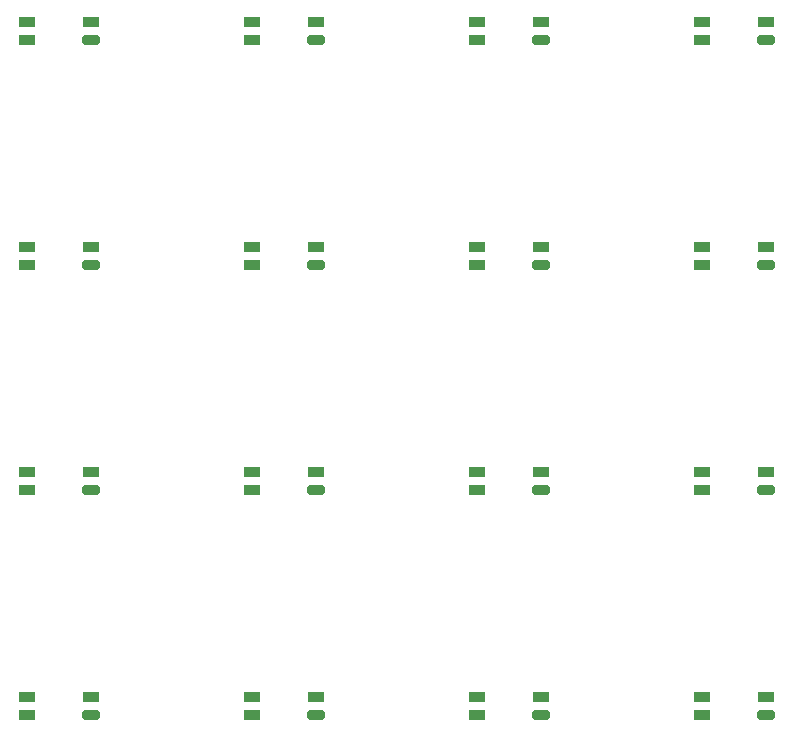
<source format=gbr>
%TF.GenerationSoftware,KiCad,Pcbnew,9.0.2*%
%TF.CreationDate,2025-06-30T11:30:22+02:00*%
%TF.ProjectId,HackPad,4861636b-5061-4642-9e6b-696361645f70,rev?*%
%TF.SameCoordinates,Original*%
%TF.FileFunction,Paste,Bot*%
%TF.FilePolarity,Positive*%
%FSLAX46Y46*%
G04 Gerber Fmt 4.6, Leading zero omitted, Abs format (unit mm)*
G04 Created by KiCad (PCBNEW 9.0.2) date 2025-06-30 11:30:22*
%MOMM*%
%LPD*%
G01*
G04 APERTURE LIST*
G04 Aperture macros list*
%AMRoundRect*
0 Rectangle with rounded corners*
0 $1 Rounding radius*
0 $2 $3 $4 $5 $6 $7 $8 $9 X,Y pos of 4 corners*
0 Add a 4 corners polygon primitive as box body*
4,1,4,$2,$3,$4,$5,$6,$7,$8,$9,$2,$3,0*
0 Add four circle primitives for the rounded corners*
1,1,$1+$1,$2,$3*
1,1,$1+$1,$4,$5*
1,1,$1+$1,$6,$7*
1,1,$1+$1,$8,$9*
0 Add four rect primitives between the rounded corners*
20,1,$1+$1,$2,$3,$4,$5,0*
20,1,$1+$1,$4,$5,$6,$7,0*
20,1,$1+$1,$6,$7,$8,$9,0*
20,1,$1+$1,$8,$9,$2,$3,0*%
G04 Aperture macros list end*
%ADD10R,1.450000X0.820000*%
%ADD11RoundRect,0.205000X-0.520000X-0.205000X0.520000X-0.205000X0.520000X0.205000X-0.520000X0.205000X0*%
G04 APERTURE END LIST*
D10*
%TO.C,D6*%
X54475000Y-54018700D03*
X54475000Y-55518700D03*
D11*
X59825000Y-55518700D03*
D10*
X59825000Y-54018700D03*
%TD*%
%TO.C,D13*%
X35425000Y-92118700D03*
X35425000Y-93618700D03*
D11*
X40775000Y-93618700D03*
D10*
X40775000Y-92118700D03*
%TD*%
%TO.C,D10*%
X54475000Y-73068700D03*
X54475000Y-74568700D03*
D11*
X59825000Y-74568700D03*
D10*
X59825000Y-73068700D03*
%TD*%
%TO.C,D9*%
X35425000Y-73068700D03*
X35425000Y-74568700D03*
D11*
X40775000Y-74568700D03*
D10*
X40775000Y-73068700D03*
%TD*%
%TO.C,D2*%
X54475000Y-34968700D03*
X54475000Y-36468700D03*
D11*
X59825000Y-36468700D03*
D10*
X59825000Y-34968700D03*
%TD*%
%TO.C,D5*%
X35425000Y-54018700D03*
X35425000Y-55518700D03*
D11*
X40775000Y-55518700D03*
D10*
X40775000Y-54018700D03*
%TD*%
%TO.C,D1*%
X35425000Y-34968700D03*
X35425000Y-36468700D03*
D11*
X40775000Y-36468700D03*
D10*
X40775000Y-34968700D03*
%TD*%
%TO.C,D4*%
X92575000Y-34968700D03*
X92575000Y-36468700D03*
D11*
X97925000Y-36468700D03*
D10*
X97925000Y-34968700D03*
%TD*%
%TO.C,D11*%
X73525000Y-73068700D03*
X73525000Y-74568700D03*
D11*
X78875000Y-74568700D03*
D10*
X78875000Y-73068700D03*
%TD*%
%TO.C,D7*%
X73525000Y-54018700D03*
X73525000Y-55518700D03*
D11*
X78875000Y-55518700D03*
D10*
X78875000Y-54018700D03*
%TD*%
%TO.C,D3*%
X73525000Y-34968700D03*
X73525000Y-36468700D03*
D11*
X78875000Y-36468700D03*
D10*
X78875000Y-34968700D03*
%TD*%
%TO.C,D14*%
X54475000Y-92118700D03*
X54475000Y-93618700D03*
D11*
X59825000Y-93618700D03*
D10*
X59825000Y-92118700D03*
%TD*%
%TO.C,D8*%
X92575000Y-54018700D03*
X92575000Y-55518700D03*
D11*
X97925000Y-55518700D03*
D10*
X97925000Y-54018700D03*
%TD*%
%TO.C,D16*%
X92575000Y-92118700D03*
X92575000Y-93618700D03*
D11*
X97925000Y-93618700D03*
D10*
X97925000Y-92118700D03*
%TD*%
%TO.C,D15*%
X73525000Y-92118700D03*
X73525000Y-93618700D03*
D11*
X78875000Y-93618700D03*
D10*
X78875000Y-92118700D03*
%TD*%
%TO.C,D12*%
X92575000Y-73068700D03*
X92575000Y-74568700D03*
D11*
X97925000Y-74568700D03*
D10*
X97925000Y-73068700D03*
%TD*%
M02*

</source>
